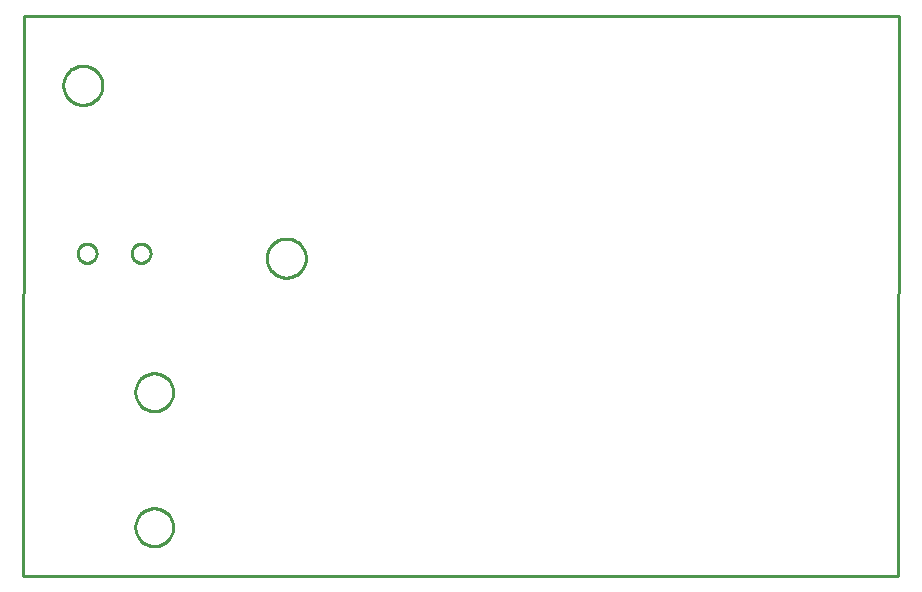
<source format=gbr>
G04 EAGLE Gerber RS-274X export*
G75*
%MOMM*%
%FSLAX34Y34*%
%LPD*%
%IN*%
%IPPOS*%
%AMOC8*
5,1,8,0,0,1.08239X$1,22.5*%
G01*
%ADD10C,0.254000*%


D10*
X157479Y124764D02*
X898272Y124764D01*
X898348Y599644D01*
X157860Y599644D01*
X157479Y124764D01*
X268748Y296672D02*
X269793Y296603D01*
X270832Y296467D01*
X271860Y296262D01*
X272872Y295991D01*
X273864Y295654D01*
X274832Y295253D01*
X275771Y294790D01*
X276679Y294266D01*
X277550Y293684D01*
X278381Y293046D01*
X279169Y292356D01*
X279910Y291615D01*
X280600Y290827D01*
X281238Y289996D01*
X281820Y289125D01*
X282344Y288217D01*
X282807Y287278D01*
X283208Y286310D01*
X283545Y285318D01*
X283816Y284306D01*
X284021Y283278D01*
X284157Y282239D01*
X284226Y281194D01*
X284226Y280146D01*
X284157Y279101D01*
X284021Y278062D01*
X283816Y277034D01*
X283545Y276022D01*
X283208Y275030D01*
X282807Y274062D01*
X282344Y273123D01*
X281820Y272215D01*
X281238Y271344D01*
X280600Y270513D01*
X279910Y269725D01*
X279169Y268984D01*
X278381Y268294D01*
X277550Y267656D01*
X276679Y267074D01*
X275771Y266550D01*
X274832Y266087D01*
X273864Y265686D01*
X272872Y265349D01*
X271860Y265078D01*
X270832Y264873D01*
X269793Y264737D01*
X268748Y264668D01*
X267700Y264668D01*
X266655Y264737D01*
X265616Y264873D01*
X264588Y265078D01*
X263576Y265349D01*
X262584Y265686D01*
X261616Y266087D01*
X260677Y266550D01*
X259769Y267074D01*
X258898Y267656D01*
X258067Y268294D01*
X257279Y268984D01*
X256538Y269725D01*
X255848Y270513D01*
X255210Y271344D01*
X254628Y272215D01*
X254104Y273123D01*
X253641Y274062D01*
X253240Y275030D01*
X252903Y276022D01*
X252632Y277034D01*
X252427Y278062D01*
X252291Y279101D01*
X252222Y280146D01*
X252222Y281194D01*
X252291Y282239D01*
X252427Y283278D01*
X252632Y284306D01*
X252903Y285318D01*
X253240Y286310D01*
X253641Y287278D01*
X254104Y288217D01*
X254628Y289125D01*
X255210Y289996D01*
X255848Y290827D01*
X256538Y291615D01*
X257279Y292356D01*
X258067Y293046D01*
X258898Y293684D01*
X259769Y294266D01*
X260677Y294790D01*
X261616Y295253D01*
X262584Y295654D01*
X263576Y295991D01*
X264588Y296262D01*
X265616Y296467D01*
X266655Y296603D01*
X267700Y296672D01*
X268748Y296672D01*
X268748Y182372D02*
X269793Y182303D01*
X270832Y182167D01*
X271860Y181962D01*
X272872Y181691D01*
X273864Y181354D01*
X274832Y180953D01*
X275771Y180490D01*
X276679Y179966D01*
X277550Y179384D01*
X278381Y178746D01*
X279169Y178056D01*
X279910Y177315D01*
X280600Y176527D01*
X281238Y175696D01*
X281820Y174825D01*
X282344Y173917D01*
X282807Y172978D01*
X283208Y172010D01*
X283545Y171018D01*
X283816Y170006D01*
X284021Y168978D01*
X284157Y167939D01*
X284226Y166894D01*
X284226Y165846D01*
X284157Y164801D01*
X284021Y163762D01*
X283816Y162734D01*
X283545Y161722D01*
X283208Y160730D01*
X282807Y159762D01*
X282344Y158823D01*
X281820Y157915D01*
X281238Y157044D01*
X280600Y156213D01*
X279910Y155425D01*
X279169Y154684D01*
X278381Y153994D01*
X277550Y153356D01*
X276679Y152774D01*
X275771Y152250D01*
X274832Y151787D01*
X273864Y151386D01*
X272872Y151049D01*
X271860Y150778D01*
X270832Y150573D01*
X269793Y150437D01*
X268748Y150368D01*
X267700Y150368D01*
X266655Y150437D01*
X265616Y150573D01*
X264588Y150778D01*
X263576Y151049D01*
X262584Y151386D01*
X261616Y151787D01*
X260677Y152250D01*
X259769Y152774D01*
X258898Y153356D01*
X258067Y153994D01*
X257279Y154684D01*
X256538Y155425D01*
X255848Y156213D01*
X255210Y157044D01*
X254628Y157915D01*
X254104Y158823D01*
X253641Y159762D01*
X253240Y160730D01*
X252903Y161722D01*
X252632Y162734D01*
X252427Y163762D01*
X252291Y164801D01*
X252222Y165846D01*
X252222Y166894D01*
X252291Y167939D01*
X252427Y168978D01*
X252632Y170006D01*
X252903Y171018D01*
X253240Y172010D01*
X253641Y172978D01*
X254104Y173917D01*
X254628Y174825D01*
X255210Y175696D01*
X255848Y176527D01*
X256538Y177315D01*
X257279Y178056D01*
X258067Y178746D01*
X258898Y179384D01*
X259769Y179966D01*
X260677Y180490D01*
X261616Y180953D01*
X262584Y181354D01*
X263576Y181691D01*
X264588Y181962D01*
X265616Y182167D01*
X266655Y182303D01*
X267700Y182372D01*
X268748Y182372D01*
X208312Y557022D02*
X209391Y556951D01*
X210463Y556810D01*
X211523Y556599D01*
X212567Y556320D01*
X213591Y555972D01*
X214589Y555558D01*
X215559Y555080D01*
X216495Y554540D01*
X217394Y553939D01*
X218251Y553281D01*
X219064Y552569D01*
X219829Y551804D01*
X220541Y550991D01*
X221199Y550134D01*
X221800Y549235D01*
X222340Y548299D01*
X222818Y547329D01*
X223232Y546331D01*
X223580Y545307D01*
X223859Y544263D01*
X224070Y543203D01*
X224211Y542131D01*
X224282Y541052D01*
X224282Y539972D01*
X224211Y538893D01*
X224070Y537821D01*
X223859Y536761D01*
X223580Y535717D01*
X223232Y534693D01*
X222818Y533695D01*
X222340Y532725D01*
X221800Y531789D01*
X221199Y530890D01*
X220541Y530033D01*
X219829Y529220D01*
X219064Y528456D01*
X218251Y527743D01*
X217394Y527085D01*
X216495Y526484D01*
X215559Y525944D01*
X214589Y525466D01*
X213591Y525052D01*
X212567Y524704D01*
X211523Y524425D01*
X210463Y524214D01*
X209391Y524073D01*
X208312Y524002D01*
X207232Y524002D01*
X206153Y524073D01*
X205081Y524214D01*
X204021Y524425D01*
X202977Y524704D01*
X201953Y525052D01*
X200955Y525466D01*
X199985Y525944D01*
X199049Y526484D01*
X198150Y527085D01*
X197293Y527743D01*
X196480Y528456D01*
X195716Y529220D01*
X195003Y530033D01*
X194345Y530890D01*
X193744Y531789D01*
X193204Y532725D01*
X192726Y533695D01*
X192312Y534693D01*
X191964Y535717D01*
X191685Y536761D01*
X191474Y537821D01*
X191333Y538893D01*
X191262Y539972D01*
X191262Y541052D01*
X191333Y542131D01*
X191474Y543203D01*
X191685Y544263D01*
X191964Y545307D01*
X192312Y546331D01*
X192726Y547329D01*
X193204Y548299D01*
X193744Y549235D01*
X194345Y550134D01*
X195003Y550991D01*
X195716Y551804D01*
X196480Y552569D01*
X197293Y553281D01*
X198150Y553939D01*
X199049Y554540D01*
X199985Y555080D01*
X200955Y555558D01*
X201953Y555972D01*
X202977Y556320D01*
X204021Y556599D01*
X205081Y556810D01*
X206153Y556951D01*
X207232Y557022D01*
X208312Y557022D01*
X380524Y410718D02*
X381603Y410647D01*
X382675Y410506D01*
X383735Y410295D01*
X384779Y410016D01*
X385803Y409668D01*
X386801Y409254D01*
X387771Y408776D01*
X388707Y408236D01*
X389606Y407635D01*
X390463Y406977D01*
X391276Y406265D01*
X392041Y405500D01*
X392753Y404687D01*
X393411Y403830D01*
X394012Y402931D01*
X394552Y401995D01*
X395030Y401025D01*
X395444Y400027D01*
X395792Y399003D01*
X396071Y397959D01*
X396282Y396899D01*
X396423Y395827D01*
X396494Y394748D01*
X396494Y393668D01*
X396423Y392589D01*
X396282Y391517D01*
X396071Y390457D01*
X395792Y389413D01*
X395444Y388389D01*
X395030Y387391D01*
X394552Y386421D01*
X394012Y385485D01*
X393411Y384586D01*
X392753Y383729D01*
X392041Y382916D01*
X391276Y382152D01*
X390463Y381439D01*
X389606Y380781D01*
X388707Y380180D01*
X387771Y379640D01*
X386801Y379162D01*
X385803Y378748D01*
X384779Y378400D01*
X383735Y378121D01*
X382675Y377910D01*
X381603Y377769D01*
X380524Y377698D01*
X379444Y377698D01*
X378365Y377769D01*
X377293Y377910D01*
X376233Y378121D01*
X375189Y378400D01*
X374165Y378748D01*
X373167Y379162D01*
X372197Y379640D01*
X371261Y380180D01*
X370362Y380781D01*
X369505Y381439D01*
X368692Y382152D01*
X367928Y382916D01*
X367215Y383729D01*
X366557Y384586D01*
X365956Y385485D01*
X365416Y386421D01*
X364938Y387391D01*
X364524Y388389D01*
X364176Y389413D01*
X363897Y390457D01*
X363686Y391517D01*
X363545Y392589D01*
X363474Y393668D01*
X363474Y394748D01*
X363545Y395827D01*
X363686Y396899D01*
X363897Y397959D01*
X364176Y399003D01*
X364524Y400027D01*
X364938Y401025D01*
X365416Y401995D01*
X365956Y402931D01*
X366557Y403830D01*
X367215Y404687D01*
X367928Y405500D01*
X368692Y406265D01*
X369505Y406977D01*
X370362Y407635D01*
X371261Y408236D01*
X372197Y408776D01*
X373167Y409254D01*
X374165Y409668D01*
X375189Y410016D01*
X376233Y410295D01*
X377293Y410506D01*
X378365Y410647D01*
X379444Y410718D01*
X380524Y410718D01*
X219328Y397879D02*
X219251Y397097D01*
X219098Y396326D01*
X218869Y395574D01*
X218569Y394847D01*
X218198Y394154D01*
X217761Y393501D01*
X217263Y392893D01*
X216707Y392337D01*
X216099Y391839D01*
X215446Y391402D01*
X214753Y391031D01*
X214026Y390731D01*
X213274Y390502D01*
X212503Y390349D01*
X211721Y390272D01*
X210935Y390272D01*
X210153Y390349D01*
X209382Y390502D01*
X208630Y390731D01*
X207903Y391031D01*
X207210Y391402D01*
X206557Y391839D01*
X205949Y392337D01*
X205393Y392893D01*
X204895Y393501D01*
X204458Y394154D01*
X204087Y394847D01*
X203787Y395574D01*
X203558Y396326D01*
X203405Y397097D01*
X203328Y397879D01*
X203328Y398665D01*
X203405Y399447D01*
X203558Y400218D01*
X203787Y400970D01*
X204087Y401697D01*
X204458Y402390D01*
X204895Y403043D01*
X205393Y403651D01*
X205949Y404207D01*
X206557Y404705D01*
X207210Y405142D01*
X207903Y405513D01*
X208630Y405813D01*
X209382Y406042D01*
X210153Y406195D01*
X210935Y406272D01*
X211721Y406272D01*
X212503Y406195D01*
X213274Y406042D01*
X214026Y405813D01*
X214753Y405513D01*
X215446Y405142D01*
X216099Y404705D01*
X216707Y404207D01*
X217263Y403651D01*
X217761Y403043D01*
X218198Y402390D01*
X218569Y401697D01*
X218869Y400970D01*
X219098Y400218D01*
X219251Y399447D01*
X219328Y398665D01*
X219328Y397879D01*
X265048Y397879D02*
X264971Y397097D01*
X264818Y396326D01*
X264589Y395574D01*
X264289Y394847D01*
X263918Y394154D01*
X263481Y393501D01*
X262983Y392893D01*
X262427Y392337D01*
X261819Y391839D01*
X261166Y391402D01*
X260473Y391031D01*
X259746Y390731D01*
X258994Y390502D01*
X258223Y390349D01*
X257441Y390272D01*
X256655Y390272D01*
X255873Y390349D01*
X255102Y390502D01*
X254350Y390731D01*
X253623Y391031D01*
X252930Y391402D01*
X252277Y391839D01*
X251669Y392337D01*
X251113Y392893D01*
X250615Y393501D01*
X250178Y394154D01*
X249807Y394847D01*
X249507Y395574D01*
X249278Y396326D01*
X249125Y397097D01*
X249048Y397879D01*
X249048Y398665D01*
X249125Y399447D01*
X249278Y400218D01*
X249507Y400970D01*
X249807Y401697D01*
X250178Y402390D01*
X250615Y403043D01*
X251113Y403651D01*
X251669Y404207D01*
X252277Y404705D01*
X252930Y405142D01*
X253623Y405513D01*
X254350Y405813D01*
X255102Y406042D01*
X255873Y406195D01*
X256655Y406272D01*
X257441Y406272D01*
X258223Y406195D01*
X258994Y406042D01*
X259746Y405813D01*
X260473Y405513D01*
X261166Y405142D01*
X261819Y404705D01*
X262427Y404207D01*
X262983Y403651D01*
X263481Y403043D01*
X263918Y402390D01*
X264289Y401697D01*
X264589Y400970D01*
X264818Y400218D01*
X264971Y399447D01*
X265048Y398665D01*
X265048Y397879D01*
M02*

</source>
